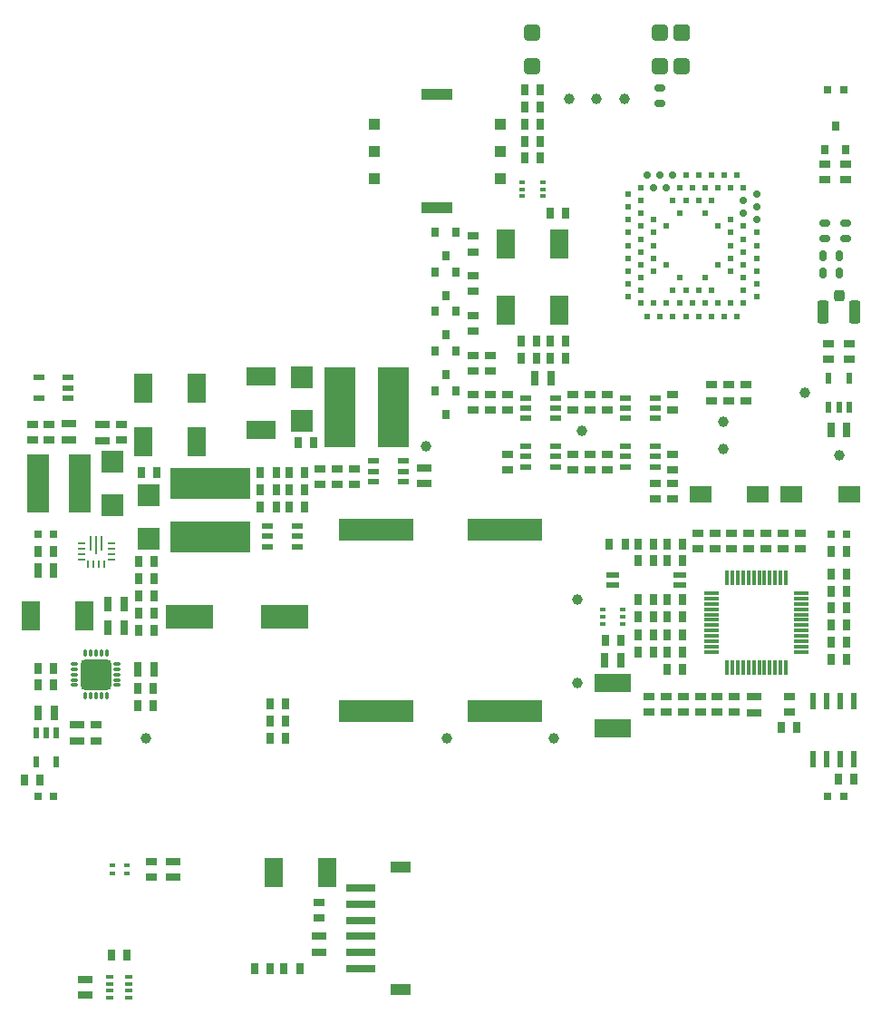
<source format=gbr>
%TF.GenerationSoftware,KiCad,Pcbnew,8.0.2*%
%TF.CreationDate,2024-05-31T14:04:31+07:00*%
%TF.ProjectId,WeatherStation,57656174-6865-4725-9374-6174696f6e2e,rev?*%
%TF.SameCoordinates,Original*%
%TF.FileFunction,Paste,Top*%
%TF.FilePolarity,Positive*%
%FSLAX46Y46*%
G04 Gerber Fmt 4.6, Leading zero omitted, Abs format (unit mm)*
G04 Created by KiCad (PCBNEW 8.0.2) date 2024-05-31 14:04:31*
%MOMM*%
%LPD*%
G01*
G04 APERTURE LIST*
G04 Aperture macros list*
%AMRoundRect*
0 Rectangle with rounded corners*
0 $1 Rounding radius*
0 $2 $3 $4 $5 $6 $7 $8 $9 X,Y pos of 4 corners*
0 Add a 4 corners polygon primitive as box body*
4,1,4,$2,$3,$4,$5,$6,$7,$8,$9,$2,$3,0*
0 Add four circle primitives for the rounded corners*
1,1,$1+$1,$2,$3*
1,1,$1+$1,$4,$5*
1,1,$1+$1,$6,$7*
1,1,$1+$1,$8,$9*
0 Add four rect primitives between the rounded corners*
20,1,$1+$1,$2,$3,$4,$5,0*
20,1,$1+$1,$4,$5,$6,$7,0*
20,1,$1+$1,$6,$7,$8,$9,0*
20,1,$1+$1,$8,$9,$2,$3,0*%
G04 Aperture macros list end*
%ADD10R,0.650000X1.000000*%
%ADD11R,0.800000X0.800000*%
%ADD12R,1.000000X0.650000*%
%ADD13R,1.400000X0.800000*%
%ADD14C,1.000000*%
%ADD15R,2.000000X1.600000*%
%ADD16R,0.600000X0.420000*%
%ADD17RoundRect,0.162500X0.337500X-0.162500X0.337500X0.162500X-0.337500X0.162500X-0.337500X-0.162500X0*%
%ADD18R,0.800000X0.900000*%
%ADD19R,1.092200X0.990600*%
%ADD20R,2.997200X0.990600*%
%ADD21RoundRect,0.062500X0.062500X-0.237500X0.062500X0.237500X-0.062500X0.237500X-0.062500X-0.237500X0*%
%ADD22RoundRect,0.062500X0.237500X0.062500X-0.237500X0.062500X-0.237500X-0.062500X0.237500X-0.062500X0*%
%ADD23RoundRect,0.062500X0.062500X-0.612500X0.062500X0.612500X-0.062500X0.612500X-0.062500X-0.612500X0*%
%ADD24RoundRect,0.062500X0.062500X-0.787500X0.062500X0.787500X-0.062500X0.787500X-0.062500X-0.787500X0*%
%ADD25R,0.500000X0.300000*%
%ADD26R,0.800000X1.400000*%
%ADD27R,2.000000X2.000000*%
%ADD28R,1.100000X0.600000*%
%ADD29R,1.800000X2.700000*%
%ADD30R,2.700000X0.700000*%
%ADD31R,1.900000X1.100000*%
%ADD32R,0.600000X1.050000*%
%ADD33R,0.600000X1.550000*%
%ADD34R,1.200000X0.600000*%
%ADD35RoundRect,0.381000X0.381000X0.381000X-0.381000X0.381000X-0.381000X-0.381000X0.381000X-0.381000X0*%
%ADD36RoundRect,0.250000X0.512000X0.512000X-0.512000X0.512000X-0.512000X-0.512000X0.512000X-0.512000X0*%
%ADD37R,0.300000X1.450000*%
%ADD38R,1.450000X0.300000*%
%ADD39RoundRect,0.162500X-0.337500X0.162500X-0.337500X-0.162500X0.337500X-0.162500X0.337500X0.162500X0*%
%ADD40RoundRect,0.150000X-0.150000X-0.150000X0.150000X-0.150000X0.150000X0.150000X-0.150000X0.150000X0*%
%ADD41R,0.600000X0.600000*%
%ADD42R,2.700000X1.800000*%
%ADD43R,0.700000X0.350000*%
%ADD44R,2.150000X5.500000*%
%ADD45RoundRect,0.162500X-0.162500X-0.337500X0.162500X-0.337500X0.162500X0.337500X-0.162500X0.337500X0*%
%ADD46RoundRect,0.150000X0.250000X-0.000010X0.250000X0.000010X-0.250000X0.000010X-0.250000X-0.000010X0*%
%ADD47RoundRect,0.150000X-0.000010X-0.250000X0.000010X-0.250000X0.000010X0.250000X-0.000010X0.250000X0*%
%ADD48RoundRect,0.280000X-1.120000X-1.120000X1.120000X-1.120000X1.120000X1.120000X-1.120000X1.120000X0*%
%ADD49R,4.400000X2.200000*%
%ADD50R,7.500000X3.000000*%
%ADD51R,3.000000X7.500000*%
%ADD52R,7.000000X2.000000*%
%ADD53R,1.050000X0.600000*%
%ADD54RoundRect,0.250000X0.250000X0.275000X-0.250000X0.275000X-0.250000X-0.275000X0.250000X-0.275000X0*%
%ADD55RoundRect,0.262500X0.262500X0.837500X-0.262500X0.837500X-0.262500X-0.837500X0.262500X-0.837500X0*%
%ADD56R,3.400000X1.700000*%
G04 APERTURE END LIST*
D10*
%TO.C,R22*%
X267349901Y-84200000D03*
X268799901Y-84200000D03*
%TD*%
D11*
%TO.C,D9*%
X268499902Y-101810000D03*
X266999902Y-101810000D03*
%TD*%
D12*
%TO.C,R25*%
X259674901Y-78674999D03*
X259674901Y-77225001D03*
%TD*%
D13*
%TO.C,C64*%
X229325000Y-71089997D03*
X229325000Y-72589997D03*
%TD*%
D12*
%TO.C,C36*%
X261274901Y-78674999D03*
X261274901Y-77225001D03*
%TD*%
D14*
%TO.C,TP5*%
X203324901Y-96350000D03*
%TD*%
D10*
%TO.C,R2*%
X216419998Y-94750000D03*
X214970000Y-94750000D03*
%TD*%
D15*
%TO.C,BT2*%
X255124901Y-73600000D03*
X260524901Y-73600000D03*
%TD*%
D16*
%TO.C,D6*%
X240394997Y-45760000D03*
X240394996Y-45110000D03*
X240394997Y-44460000D03*
X238494997Y-44460000D03*
X238494998Y-45110000D03*
X238494997Y-45760000D03*
%TD*%
D10*
%TO.C,C69*%
X213475001Y-117900001D03*
X214925001Y-117900001D03*
%TD*%
D12*
%TO.C,R43*%
X233944997Y-62034999D03*
X233944997Y-60585001D03*
%TD*%
D17*
%TO.C,C53*%
X268699902Y-48225001D03*
X268699902Y-49674999D03*
%TD*%
D18*
%TO.C,Q3*%
X232294997Y-60210000D03*
X230394282Y-60207811D03*
X231344997Y-62409999D03*
%TD*%
D19*
%TO.C,J5*%
X224645001Y-44090000D03*
X224645001Y-41550000D03*
X224645001Y-39010000D03*
X236444997Y-44090000D03*
X236444997Y-41550000D03*
X236444997Y-39010000D03*
D20*
X230544999Y-36250000D03*
X230544999Y-46850000D03*
%TD*%
D10*
%TO.C,C43*%
X238719997Y-40610000D03*
X240169997Y-40610000D03*
%TD*%
D12*
%TO.C,C35*%
X258074901Y-77225001D03*
X258074901Y-78674999D03*
%TD*%
D14*
%TO.C,TP2*%
X268074901Y-69900000D03*
%TD*%
D13*
%TO.C,C30*%
X260124901Y-92500000D03*
X260124901Y-94000000D03*
%TD*%
D12*
%TO.C,R48*%
X233944997Y-50934999D03*
X233944997Y-49485001D03*
%TD*%
D21*
%TO.C,U2*%
X197949902Y-80060000D03*
X198449902Y-80060000D03*
X198949902Y-80060000D03*
X199449902Y-80060000D03*
D22*
X200099902Y-79635000D03*
X200099902Y-79135001D03*
X200099902Y-78635000D03*
X200099902Y-78135000D03*
D23*
X199199902Y-78135000D03*
D24*
X198699902Y-78310000D03*
D23*
X198199902Y-78135000D03*
D22*
X197299902Y-78135000D03*
X197299902Y-78635000D03*
X197299902Y-79135001D03*
X197299902Y-79635000D03*
%TD*%
D25*
%TO.C,U12*%
X200175000Y-108200001D03*
X200175000Y-109000001D03*
X201575000Y-109000001D03*
X201575000Y-108200001D03*
%TD*%
D26*
%TO.C,C3*%
X199774901Y-83850000D03*
X201274901Y-83850000D03*
%TD*%
D12*
%TO.C,C37*%
X263424901Y-92425001D03*
X263424901Y-93874999D03*
%TD*%
%TO.C,C45*%
X259374901Y-63375001D03*
X259374901Y-64824999D03*
%TD*%
D18*
%TO.C,Q2*%
X232294997Y-56510000D03*
X230394282Y-56507811D03*
X231344997Y-58709999D03*
%TD*%
D10*
%TO.C,C23*%
X250799900Y-79800000D03*
X249349902Y-79800000D03*
%TD*%
%TO.C,C1*%
X214969999Y-96350000D03*
X216419999Y-96350000D03*
%TD*%
D13*
%TO.C,C63*%
X219475002Y-114850000D03*
X219475002Y-116350000D03*
%TD*%
D12*
%TO.C,R32*%
X268699902Y-44234999D03*
X268699902Y-42785001D03*
%TD*%
D27*
%TO.C,D8*%
X217925000Y-62689996D03*
X217925000Y-66689998D03*
%TD*%
D12*
%TO.C,C42*%
X237144997Y-71284999D03*
X237144997Y-69835001D03*
%TD*%
D18*
%TO.C,Q1*%
X266799902Y-41410000D03*
X268700617Y-41412189D03*
X267749902Y-39210000D03*
%TD*%
D14*
%TO.C,TP13*%
X245444997Y-36660000D03*
%TD*%
D13*
%TO.C,C24*%
X196924901Y-96600000D03*
X196924901Y-95100000D03*
%TD*%
D12*
%TO.C,R49*%
X264474901Y-78674999D03*
X264474901Y-77225001D03*
%TD*%
%TO.C,R29*%
X256174901Y-64824999D03*
X256174901Y-63375001D03*
%TD*%
%TO.C,C16*%
X201099902Y-68524999D03*
X201099902Y-67075001D03*
%TD*%
%TO.C,C78*%
X237144997Y-65734999D03*
X237144997Y-64285001D03*
%TD*%
D28*
%TO.C,U16*%
X250894997Y-66510000D03*
X250894996Y-65560000D03*
X250894997Y-64610000D03*
X248094997Y-64610000D03*
X248094998Y-65560000D03*
X248094997Y-66510000D03*
%TD*%
D10*
%TO.C,R11*%
X218199900Y-73150000D03*
X216749902Y-73150000D03*
%TD*%
D14*
%TO.C,TP3*%
X243655000Y-83400000D03*
%TD*%
D10*
%TO.C,C44*%
X240169996Y-42210000D03*
X238719998Y-42210000D03*
%TD*%
D16*
%TO.C,U3*%
X246005000Y-84350000D03*
X246005001Y-85000000D03*
X246005000Y-85650000D03*
X247905000Y-85650000D03*
X247904999Y-85000000D03*
X247905000Y-84350000D03*
%TD*%
D10*
%TO.C,C8*%
X214049902Y-74750000D03*
X215499900Y-74750000D03*
%TD*%
D12*
%TO.C,R34*%
X221225000Y-71214998D03*
X221225000Y-72664996D03*
%TD*%
D26*
%TO.C,FT1*%
X241194997Y-62710000D03*
X239694997Y-62710000D03*
%TD*%
D29*
%TO.C,C65*%
X220275002Y-108900000D03*
X215275002Y-108900000D03*
%TD*%
D12*
%TO.C,C84*%
X262874901Y-78674999D03*
X262874901Y-77225001D03*
%TD*%
D13*
%TO.C,C80*%
X196124901Y-68500000D03*
X196124901Y-67000000D03*
%TD*%
D14*
%TO.C,TP11*%
X257284901Y-66765000D03*
%TD*%
D12*
%TO.C,R31*%
X246444997Y-69835001D03*
X246444997Y-71284999D03*
%TD*%
%TO.C,C66*%
X203875000Y-109324999D03*
X203875000Y-107875001D03*
%TD*%
D10*
%TO.C,R36*%
X216250001Y-117900001D03*
X217700001Y-117900001D03*
%TD*%
D29*
%TO.C,C19*%
X203124901Y-63650000D03*
X208124901Y-63650000D03*
%TD*%
D10*
%TO.C,R6*%
X250799900Y-86700000D03*
X249349902Y-86700000D03*
%TD*%
%TO.C,C31*%
X268799900Y-87400000D03*
X267349902Y-87400000D03*
%TD*%
%TO.C,R26*%
X267349901Y-78900000D03*
X268799901Y-78900000D03*
%TD*%
%TO.C,R50*%
X264149900Y-95300000D03*
X262699902Y-95300000D03*
%TD*%
%TO.C,C32*%
X267349901Y-82600000D03*
X268799901Y-82600000D03*
%TD*%
D18*
%TO.C,Q4*%
X232294997Y-63910000D03*
X230394282Y-63907811D03*
X231344997Y-66109999D03*
%TD*%
D10*
%TO.C,C54*%
X238369998Y-60910000D03*
X239819996Y-60910000D03*
%TD*%
%TO.C,C13*%
X204124901Y-86250000D03*
X202674903Y-86250000D03*
%TD*%
%TO.C,R15*%
X194724901Y-78910000D03*
X193274903Y-78910000D03*
%TD*%
%TO.C,R4*%
X249349901Y-85000000D03*
X250799901Y-85000000D03*
%TD*%
D30*
%TO.C,U11*%
X223425002Y-110350000D03*
X223425002Y-111850000D03*
X223425002Y-113350000D03*
X223425002Y-114850000D03*
X223425002Y-116350000D03*
X223425002Y-117850000D03*
D31*
X227125002Y-119800000D03*
X227125002Y-108400000D03*
%TD*%
D26*
%TO.C,C62*%
X268824901Y-67600000D03*
X267324901Y-67600000D03*
%TD*%
D10*
%TO.C,C27*%
X269479901Y-100200000D03*
X268029903Y-100200000D03*
%TD*%
%TO.C,R24*%
X253499900Y-89900000D03*
X252049902Y-89900000D03*
%TD*%
D18*
%TO.C,Q5*%
X232294997Y-49110000D03*
X230394282Y-49107811D03*
X231344997Y-51309999D03*
%TD*%
D32*
%TO.C,U5*%
X194974901Y-95850000D03*
X194024901Y-95850000D03*
X193074901Y-95850000D03*
X193074901Y-98550000D03*
X194974901Y-98550000D03*
%TD*%
D12*
%TO.C,C76*%
X243244997Y-65734999D03*
X243244997Y-64285001D03*
%TD*%
D10*
%TO.C,R7*%
X218199900Y-74750000D03*
X216749902Y-74750000D03*
%TD*%
D28*
%TO.C,U8*%
X250894997Y-71010000D03*
X250894996Y-70060000D03*
X250894997Y-69110000D03*
X248094997Y-69110000D03*
X248094998Y-70060000D03*
X248094997Y-71010000D03*
%TD*%
D12*
%TO.C,C41*%
X252544997Y-71284999D03*
X252544997Y-69835001D03*
%TD*%
D33*
%TO.C,U6*%
X269479901Y-92900000D03*
X268209901Y-92900000D03*
X266946303Y-92903823D03*
X265669901Y-92900000D03*
X265669901Y-98300000D03*
X266939901Y-98300000D03*
X268209901Y-98300000D03*
X269479901Y-98300000D03*
%TD*%
D34*
%TO.C,X1*%
X253224900Y-81150000D03*
X246924902Y-81150000D03*
X246924902Y-82050000D03*
X253224900Y-82050000D03*
%TD*%
D12*
%TO.C,R1*%
X256724901Y-92425001D03*
X256724901Y-93874999D03*
%TD*%
D10*
%TO.C,C51*%
X240169996Y-35810000D03*
X238719998Y-35810000D03*
%TD*%
D14*
%TO.C,TP6*%
X248044997Y-36660000D03*
%TD*%
D12*
%TO.C,R38*%
X250324901Y-93874999D03*
X250324901Y-92425001D03*
%TD*%
%TO.C,R46*%
X235544997Y-65734999D03*
X235544997Y-64285001D03*
%TD*%
D35*
%TO.C,ANT1*%
X253374901Y-33600000D03*
X251374901Y-33600000D03*
X239374901Y-33600000D03*
D36*
X253374901Y-30500000D03*
D35*
X251374901Y-30500000D03*
X239374901Y-30500000D03*
%TD*%
D10*
%TO.C,C33*%
X267349901Y-85800000D03*
X268799901Y-85800000D03*
%TD*%
%TO.C,R5*%
X249349902Y-88300000D03*
X250799900Y-88300000D03*
%TD*%
D27*
%TO.C,D2*%
X203624901Y-77700001D03*
X203624901Y-73699999D03*
%TD*%
D10*
%TO.C,R28*%
X268799900Y-81000000D03*
X267349902Y-81000000D03*
%TD*%
D13*
%TO.C,C67*%
X205875000Y-109350000D03*
X205875000Y-107850000D03*
%TD*%
D37*
%TO.C,U7*%
X257624901Y-89750000D03*
X258124901Y-89750000D03*
X258624902Y-89750000D03*
X259124901Y-89750000D03*
X259624900Y-89750000D03*
X260124901Y-89750000D03*
X260624901Y-89750000D03*
X261124902Y-89750000D03*
X261624901Y-89750000D03*
X262124900Y-89750000D03*
X262624901Y-89750000D03*
X263124901Y-89750000D03*
D38*
X264574901Y-88300000D03*
X264574901Y-87800000D03*
X264574901Y-87299999D03*
X264574901Y-86800000D03*
X264574901Y-86300001D03*
X264574901Y-85800000D03*
X264574901Y-85300000D03*
X264574901Y-84799999D03*
X264574901Y-84300000D03*
X264574901Y-83800001D03*
X264574901Y-83300000D03*
X264574901Y-82800000D03*
D37*
X263124901Y-81350000D03*
X262624901Y-81350000D03*
X262124900Y-81350000D03*
X261624901Y-81350000D03*
X261124902Y-81350000D03*
X260624901Y-81350000D03*
X260124901Y-81350000D03*
X259624900Y-81350000D03*
X259124901Y-81350000D03*
X258624902Y-81350000D03*
X258124901Y-81350000D03*
X257624901Y-81350000D03*
D38*
X256174901Y-82800000D03*
X256174901Y-83300000D03*
X256174901Y-83800001D03*
X256174901Y-84300000D03*
X256174901Y-84799999D03*
X256174901Y-85300000D03*
X256174901Y-85800000D03*
X256174901Y-86300001D03*
X256174901Y-86800000D03*
X256174901Y-87299999D03*
X256174901Y-87800000D03*
X256174901Y-88300000D03*
%TD*%
D29*
%TO.C,C57*%
X236944997Y-56400000D03*
X241944997Y-56400000D03*
%TD*%
D12*
%TO.C,C60*%
X267124901Y-59525001D03*
X267124901Y-60974999D03*
%TD*%
D39*
%TO.C,C59*%
X266799902Y-49674999D03*
X266799902Y-48225001D03*
%TD*%
D40*
%TO.C,MD1*%
X250174901Y-43750000D03*
X251374901Y-43750000D03*
X252574901Y-43750000D03*
D41*
X253774901Y-43750000D03*
X254974901Y-43750000D03*
X256174901Y-43750000D03*
X257374901Y-43750000D03*
X258574901Y-43750000D03*
X250175901Y-56954000D03*
X251374901Y-56950000D03*
X252574901Y-56950000D03*
X253774901Y-56950000D03*
X254974901Y-56950000D03*
X256174901Y-56950000D03*
X257374901Y-56950000D03*
X258574901Y-56950000D03*
X249574901Y-44950000D03*
D40*
X250774901Y-44950000D03*
X251974901Y-44950000D03*
D41*
X253174901Y-44950000D03*
X254374901Y-44950000D03*
X255574901Y-44950000D03*
X256774901Y-44950000D03*
X257974901Y-44950000D03*
X259174901Y-44950000D03*
X248374901Y-45550000D03*
D40*
X260374901Y-45550000D03*
D41*
X249574901Y-46150000D03*
X252574901Y-46150000D03*
X253774901Y-46150000D03*
X254974901Y-46150000D03*
X256174901Y-46150000D03*
D40*
X259174901Y-46150000D03*
D41*
X248374901Y-46750000D03*
D40*
X260374901Y-46750000D03*
D41*
X249574901Y-47350000D03*
X253174901Y-47350000D03*
X255574901Y-47350000D03*
D40*
X259174901Y-47350000D03*
D41*
X248374901Y-47950000D03*
X250774901Y-47950000D03*
X257974901Y-47950000D03*
D40*
X260374901Y-47950000D03*
D41*
X249574901Y-48550000D03*
X251974901Y-48550000D03*
X256774901Y-48550000D03*
X259174901Y-48550000D03*
X248374901Y-49150000D03*
X250774901Y-49150000D03*
X257974901Y-49150000D03*
X260374901Y-49150000D03*
X249574901Y-49750000D03*
X259174901Y-49750000D03*
X248374901Y-50350000D03*
X250774901Y-50350000D03*
X257974901Y-50350000D03*
X260374901Y-50350000D03*
X249574901Y-50950000D03*
X259174901Y-50950000D03*
X248374901Y-51550000D03*
X250774901Y-51550000D03*
X257974901Y-51550000D03*
X260374901Y-51550000D03*
X249574901Y-52150000D03*
X251974901Y-52150000D03*
X256774901Y-52150000D03*
X259174901Y-52150000D03*
X248374901Y-52750000D03*
X250774901Y-52750000D03*
X257974901Y-52750000D03*
X260374901Y-52750000D03*
X249574901Y-53350000D03*
X253174901Y-53350000D03*
X255574901Y-53350000D03*
X259174901Y-53350000D03*
X248374901Y-53950000D03*
X260374901Y-53950000D03*
X249574901Y-54550000D03*
X252574901Y-54550000D03*
X253774901Y-54550000D03*
X254974901Y-54550000D03*
X256174901Y-54550000D03*
X259174901Y-54550000D03*
X248374901Y-55150000D03*
X260374901Y-55150000D03*
X249574901Y-55750000D03*
X250774901Y-55750000D03*
X251974901Y-55750000D03*
X253174901Y-55750000D03*
X254374901Y-55750000D03*
X255574901Y-55750000D03*
X256774901Y-55750000D03*
X257974901Y-55750000D03*
X259174901Y-55750000D03*
%TD*%
D12*
%TO.C,C15*%
X254874901Y-77225001D03*
X254874901Y-78674999D03*
%TD*%
D14*
%TO.C,TP10*%
X241424901Y-96350000D03*
%TD*%
D10*
%TO.C,C9*%
X252049902Y-86700000D03*
X253499900Y-86700000D03*
%TD*%
D11*
%TO.C,D7*%
X268499902Y-35810000D03*
X266999902Y-35810000D03*
%TD*%
D12*
%TO.C,R30*%
X257774901Y-63375001D03*
X257774901Y-64824999D03*
%TD*%
%TO.C,R27*%
X250944997Y-73984999D03*
X250944997Y-72535001D03*
%TD*%
D26*
%TO.C,C14*%
X199774901Y-86050000D03*
X201274901Y-86050000D03*
%TD*%
D10*
%TO.C,C25*%
X194749900Y-89800000D03*
X193299902Y-89800000D03*
%TD*%
D28*
%TO.C,U1*%
X214724901Y-76550000D03*
X214724902Y-77500000D03*
X214724901Y-78450000D03*
X217524901Y-78450000D03*
X217524900Y-77500000D03*
X217524901Y-76550000D03*
%TD*%
D29*
%TO.C,C49*%
X241944997Y-50210000D03*
X236944997Y-50210000D03*
%TD*%
D42*
%TO.C,C72*%
X214125000Y-67589997D03*
X214125000Y-62589997D03*
%TD*%
D12*
%TO.C,R40*%
X256474901Y-77225001D03*
X256474901Y-78674999D03*
%TD*%
D43*
%TO.C,U14*%
X201750000Y-120575002D03*
X201750000Y-119925001D03*
X201750000Y-119275001D03*
X201750000Y-118625000D03*
X200000000Y-118625000D03*
X200000000Y-119275001D03*
X200000000Y-119925001D03*
X200000000Y-120575002D03*
%TD*%
D29*
%TO.C,C26*%
X197574901Y-84950000D03*
X192574901Y-84950000D03*
%TD*%
D10*
%TO.C,C74*%
X200150003Y-116600001D03*
X201600001Y-116600001D03*
%TD*%
D11*
%TO.C,D4*%
X194749902Y-77310000D03*
X193249902Y-77310000D03*
%TD*%
D15*
%TO.C,BT1*%
X263624901Y-73600000D03*
X269024901Y-73600000D03*
%TD*%
D12*
%TO.C,R41*%
X266799902Y-44234999D03*
X266799902Y-42785001D03*
%TD*%
D10*
%TO.C,R10*%
X204124901Y-84650000D03*
X202674903Y-84650000D03*
%TD*%
D44*
%TO.C,L1*%
X197124903Y-72560000D03*
X193274901Y-72560000D03*
%TD*%
D26*
%TO.C,C22*%
X193274901Y-94000000D03*
X194774901Y-94000000D03*
%TD*%
D10*
%TO.C,C70*%
X217550001Y-68789997D03*
X218999999Y-68789997D03*
%TD*%
D45*
%TO.C,L3*%
X268074901Y-51350000D03*
X266624903Y-51350000D03*
%TD*%
D12*
%TO.C,C39*%
X252544997Y-73984999D03*
X252544997Y-72535001D03*
%TD*%
D10*
%TO.C,C12*%
X249349902Y-83400000D03*
X250799900Y-83400000D03*
%TD*%
%TO.C,R13*%
X253499900Y-78200000D03*
X252049902Y-78200000D03*
%TD*%
D28*
%TO.C,U15*%
X241594997Y-66510000D03*
X241594996Y-65560000D03*
X241594997Y-64610000D03*
X238794997Y-64610000D03*
X238794998Y-65560000D03*
X238794997Y-66510000D03*
%TD*%
D10*
%TO.C,R8*%
X204124901Y-81450000D03*
X202674903Y-81450000D03*
%TD*%
D11*
%TO.C,D3*%
X193249902Y-101810000D03*
X194749902Y-101810000D03*
%TD*%
D18*
%TO.C,Q6*%
X232294997Y-52810000D03*
X230394282Y-52807811D03*
X231344997Y-55009999D03*
%TD*%
D10*
%TO.C,R12*%
X215499900Y-73150000D03*
X214049902Y-73150000D03*
%TD*%
%TO.C,C50*%
X241069997Y-59310000D03*
X242519997Y-59310000D03*
%TD*%
D26*
%TO.C,C2*%
X194749902Y-80710000D03*
X193249902Y-80710000D03*
%TD*%
D12*
%TO.C,R44*%
X233944997Y-65734999D03*
X233944997Y-64285001D03*
%TD*%
D10*
%TO.C,R3*%
X214969999Y-93150000D03*
X216419999Y-93150000D03*
%TD*%
D46*
%TO.C,U4*%
X196674901Y-89400000D03*
X196674901Y-89900000D03*
X196674901Y-90400000D03*
X196674901Y-90900000D03*
X196674901Y-91400000D03*
D47*
X197674901Y-92400000D03*
X198174901Y-92400000D03*
X198674901Y-92400000D03*
X199174901Y-92400000D03*
X199674901Y-92400000D03*
D46*
X200674901Y-91400000D03*
X200674901Y-90900000D03*
X200674901Y-90400000D03*
X200674901Y-89900000D03*
X200674901Y-89400000D03*
D47*
X199674901Y-88400000D03*
X199174901Y-88400000D03*
X198674901Y-88400000D03*
X198174901Y-88400000D03*
X197674901Y-88400000D03*
D48*
X198674901Y-90400000D03*
%TD*%
D26*
%TO.C,C7*%
X246205000Y-89050000D03*
X247705000Y-89050000D03*
%TD*%
D12*
%TO.C,C73*%
X251924901Y-92425001D03*
X251924901Y-93874999D03*
%TD*%
%TO.C,R45*%
X235544997Y-62034999D03*
X235544997Y-60585001D03*
%TD*%
D10*
%TO.C,C17*%
X204349900Y-71550000D03*
X202899902Y-71550000D03*
%TD*%
%TO.C,R20*%
X250799900Y-78200000D03*
X249349902Y-78200000D03*
%TD*%
%TO.C,R9*%
X204124901Y-83050000D03*
X202674903Y-83050000D03*
%TD*%
D49*
%TO.C,C5*%
X207375000Y-85039997D03*
X216275000Y-85039997D03*
%TD*%
D10*
%TO.C,C81*%
X192024902Y-100210000D03*
X193474902Y-100210000D03*
%TD*%
D12*
%TO.C,C71*%
X255124901Y-92425001D03*
X255124901Y-93874999D03*
%TD*%
%TO.C,C83*%
X194324901Y-68474999D03*
X194324901Y-67025001D03*
%TD*%
D10*
%TO.C,C48*%
X242519996Y-47310000D03*
X241069998Y-47310000D03*
%TD*%
D13*
%TO.C,C18*%
X199299902Y-68550000D03*
X199299902Y-67050000D03*
%TD*%
D10*
%TO.C,R19*%
X246649901Y-78200000D03*
X248099901Y-78200000D03*
%TD*%
D12*
%TO.C,C68*%
X219625000Y-71214998D03*
X219625000Y-72664996D03*
%TD*%
D14*
%TO.C,TP8*%
X244044997Y-67660000D03*
%TD*%
D10*
%TO.C,C10*%
X204124901Y-79850000D03*
X202674903Y-79850000D03*
%TD*%
%TO.C,C40*%
X238719997Y-37410000D03*
X240169997Y-37410000D03*
%TD*%
D13*
%TO.C,C75*%
X197675000Y-120350001D03*
X197675000Y-118850001D03*
%TD*%
D50*
%TO.C,L2*%
X209374901Y-72550000D03*
X209374901Y-77550000D03*
%TD*%
D10*
%TO.C,C6*%
X246230001Y-87250000D03*
X247679999Y-87250000D03*
%TD*%
%TO.C,C58*%
X215499900Y-71550000D03*
X214049902Y-71550000D03*
%TD*%
D51*
%TO.C,L4*%
X226425000Y-65439997D03*
X221425000Y-65439997D03*
%TD*%
D27*
%TO.C,D1*%
X200199902Y-74560001D03*
X200199902Y-70559999D03*
%TD*%
D14*
%TO.C,TP7*%
X229525000Y-69089997D03*
%TD*%
D10*
%TO.C,C29*%
X253499900Y-83400000D03*
X252049902Y-83400000D03*
%TD*%
%TO.C,R17*%
X202599901Y-93300000D03*
X204049901Y-93300000D03*
%TD*%
D52*
%TO.C,MD2*%
X236875000Y-93850000D03*
X236875000Y-76850000D03*
X224875000Y-76850000D03*
X224875000Y-93850000D03*
%TD*%
D12*
%TO.C,R33*%
X219475002Y-113124999D03*
X219475002Y-111675001D03*
%TD*%
D10*
%TO.C,C28*%
X253499900Y-79800000D03*
X252049902Y-79800000D03*
%TD*%
D12*
%TO.C,R47*%
X233944997Y-54634998D03*
X233944997Y-53185000D03*
%TD*%
D10*
%TO.C,C34*%
X252049902Y-85000000D03*
X253499900Y-85000000D03*
%TD*%
D12*
%TO.C,R35*%
X222825000Y-72664996D03*
X222825000Y-71214998D03*
%TD*%
%TO.C,C61*%
X269024901Y-60974999D03*
X269024901Y-59525001D03*
%TD*%
D10*
%TO.C,C11*%
X218199900Y-71550000D03*
X216749902Y-71550000D03*
%TD*%
D53*
%TO.C,U17*%
X196024901Y-64600000D03*
X196024901Y-63650000D03*
X196024901Y-62700000D03*
X193324901Y-62700000D03*
X193324901Y-64600000D03*
%TD*%
D28*
%TO.C,U13*%
X224575000Y-70489997D03*
X224575001Y-71439997D03*
X224575000Y-72389997D03*
X227375000Y-72389997D03*
X227374999Y-71439997D03*
X227375000Y-70489997D03*
%TD*%
D12*
%TO.C,R37*%
X253524901Y-93874999D03*
X253524901Y-92425001D03*
%TD*%
D10*
%TO.C,C38*%
X238719997Y-39010000D03*
X240169997Y-39010000D03*
%TD*%
D12*
%TO.C,C79*%
X252544997Y-65734999D03*
X252544997Y-64285001D03*
%TD*%
D14*
%TO.C,TP9*%
X264924901Y-64100000D03*
%TD*%
D12*
%TO.C,R42*%
X233944997Y-58334999D03*
X233944997Y-56885001D03*
%TD*%
D54*
%TO.C,ANT2*%
X268074901Y-55075000D03*
D55*
X269549902Y-56600000D03*
X266599900Y-56600000D03*
%TD*%
D14*
%TO.C,TP14*%
X242844997Y-36660000D03*
%TD*%
D12*
%TO.C,C4*%
X258324901Y-92425001D03*
X258324901Y-93874999D03*
%TD*%
%TO.C,C82*%
X192724901Y-67025001D03*
X192724901Y-68474999D03*
%TD*%
D29*
%TO.C,C20*%
X208124901Y-68650000D03*
X203124901Y-68650000D03*
%TD*%
D12*
%TO.C,C77*%
X244844997Y-65734999D03*
X244844997Y-64285001D03*
%TD*%
D14*
%TO.C,TP4*%
X231474901Y-96350000D03*
%TD*%
D26*
%TO.C,C21*%
X202574901Y-89900000D03*
X204074901Y-89900000D03*
%TD*%
D14*
%TO.C,TP12*%
X257284901Y-69365000D03*
%TD*%
D12*
%TO.C,C47*%
X243244997Y-71284999D03*
X243244997Y-69835001D03*
%TD*%
%TO.C,C46*%
X244844997Y-71284999D03*
X244844997Y-69835001D03*
%TD*%
D39*
%TO.C,Z1*%
X251374901Y-37074999D03*
X251374901Y-35625001D03*
%TD*%
D10*
%TO.C,R23*%
X253499900Y-88300000D03*
X252049902Y-88300000D03*
%TD*%
D14*
%TO.C,TP1*%
X243655000Y-91200000D03*
%TD*%
D32*
%TO.C,U10*%
X267124901Y-65450000D03*
X268074901Y-65450000D03*
X269024901Y-65450000D03*
X269024901Y-62750000D03*
X267124901Y-62750000D03*
%TD*%
D10*
%TO.C,R16*%
X202599901Y-91700000D03*
X204049901Y-91700000D03*
%TD*%
%TO.C,R18*%
X194749900Y-91400000D03*
X193299902Y-91400000D03*
%TD*%
D56*
%TO.C,F1*%
X246955000Y-95400000D03*
X246955000Y-91200000D03*
%TD*%
D11*
%TO.C,D5*%
X268824901Y-77300000D03*
X267324901Y-77300000D03*
%TD*%
D28*
%TO.C,U9*%
X241594997Y-71010000D03*
X241594996Y-70060000D03*
X241594997Y-69110000D03*
X238794997Y-69110000D03*
X238794998Y-70060000D03*
X238794997Y-71010000D03*
%TD*%
D10*
%TO.C,R21*%
X268799900Y-89000000D03*
X267349902Y-89000000D03*
%TD*%
%TO.C,C55*%
X239819996Y-59310000D03*
X238369998Y-59310000D03*
%TD*%
D45*
%TO.C,C56*%
X268074901Y-52950000D03*
X266624903Y-52950000D03*
%TD*%
D10*
%TO.C,C52*%
X242519996Y-60910000D03*
X241069998Y-60910000D03*
%TD*%
D12*
%TO.C,R14*%
X198724901Y-96574999D03*
X198724901Y-95125001D03*
%TD*%
%TO.C,R39*%
X246444997Y-64285001D03*
X246444997Y-65734999D03*
%TD*%
M02*

</source>
